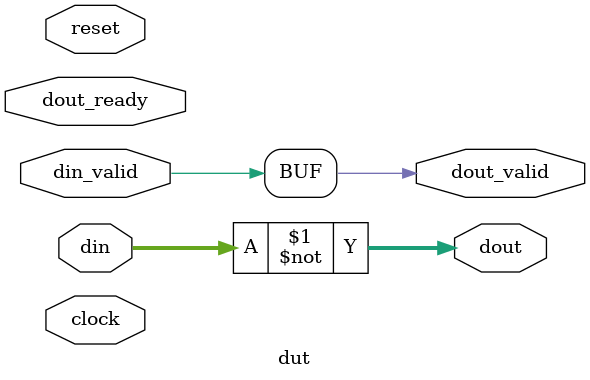
<source format=v>
module dut(
	input clock, reset,
	input din_valid,
	input [31:0] din,
	input dout_ready,
	output dout_valid,
	output [31:0] dout
);
	assign dout_valid = din_valid;
	assign dout = ~din;
endmodule
</source>
